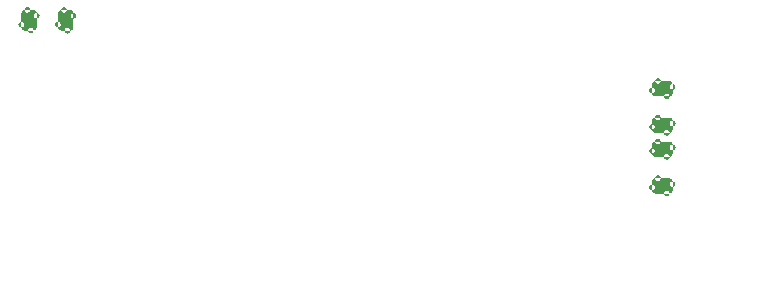
<source format=gbr>
From 9d678fbace2e4931e39ab5b95b2ec7493a18f549 Mon Sep 17 00:00:00 2001
From: Blaise Thompson <blaise@untzag.com>
Date: Mon, 25 Jan 2021 12:15:05 -0600
Subject: digital-driver readme

---
 digital-driver/gerber/driver-B_Cu.gbr | 399 +++++++++++++++++-----------------
 1 file changed, 202 insertions(+), 197 deletions(-)

(limited to 'digital-driver/gerber/driver-B_Cu.gbr')

diff --git a/digital-driver/gerber/driver-B_Cu.gbr b/digital-driver/gerber/driver-B_Cu.gbr
index bf91e94..5fde31e 100644
--- a/digital-driver/gerber/driver-B_Cu.gbr
+++ b/digital-driver/gerber/driver-B_Cu.gbr
@@ -1,12 +1,12 @@
-%TF.GenerationSoftware,KiCad,Pcbnew,5.1.9+dfsg1-1*%
-%TF.CreationDate,2021-01-24T22:19:11-06:00*%
+%TF.GenerationSoftware,KiCad,Pcbnew,5.1.8+dfsg1-1+b1*%
+%TF.CreationDate,2021-01-25T11:41:01-06:00*%
 %TF.ProjectId,driver,64726976-6572-42e6-9b69-6361645f7063,1.0.0*%
 %TF.SameCoordinates,Original*%
 %TF.FileFunction,Copper,L2,Bot*%
 %TF.FilePolarity,Positive*%
 %FSLAX46Y46*%
 G04 Gerber Fmt 4.6, Leading zero omitted, Abs format (unit mm)*
-G04 Created by KiCad (PCBNEW 5.1.9+dfsg1-1) date 2021-01-24 22:19:11*
+G04 Created by KiCad (PCBNEW 5.1.8+dfsg1-1+b1) date 2021-01-25 11:41:01*
 %MOMM*%
 %LPD*%
 G01*
@@ -145,26 +145,26 @@ G37*
 %TA.AperFunction,SMDPad,CuDef*%
 G36*
 G01*
-X155565000Y-91582000D02*
-X154315000Y-91582000D01*
+X155565001Y-91582000D02*
+X154314999Y-91582000D01*
 G75*
 G02*
-X154065000Y-91332000I0J250000D01*
+X154065000Y-91332001I0J249999D01*
 G01*
-X154065000Y-90532000D01*
+X154065000Y-90531999D01*
 G75*
 G02*
-X154315000Y-90282000I250000J0D01*
+X154314999Y-90282000I249999J0D01*
 G01*
-X155565000Y-90282000D01*
+X155565001Y-90282000D01*
 G75*
 G02*
-X155815000Y-90532000I0J-250000D01*
+X155815000Y-90531999I0J-249999D01*
 G01*
-X155815000Y-91332000D01*
+X155815000Y-91332001D01*
 G75*
 G02*
-X155565000Y-91582000I-250000J0D01*
+X155565001Y-91582000I-249999J0D01*
 G01*
 G37*
 %TD.AperFunction*%
@@ -173,26 +173,26 @@ G37*
 %TA.AperFunction,SMDPad,CuDef*%
 G36*
 G01*
-X155565000Y-94682000D02*
-X154315000Y-94682000D01*
+X155565001Y-94682000D02*
+X154314999Y-94682000D01*
 G75*
 G02*
-X154065000Y-94432000I0J250000D01*
+X154065000Y-94432001I0J249999D01*
 G01*
-X154065000Y-93632000D01*
+X154065000Y-93631999D01*
 G75*
 G02*
-X154315000Y-93382000I250000J0D01*
+X154314999Y-93382000I249999J0D01*
 G01*
-X155565000Y-93382000D01*
+X155565001Y-93382000D01*
 G75*
 G02*
-X155815000Y-93632000I0J-250000D01*
+X155815000Y-93631999I0J-249999D01*
 G01*
-X155815000Y-94432000D01*
+X155815000Y-94432001D01*
 G75*
 G02*
-X155565000Y-94682000I-250000J0D01*
+X155565001Y-94682000I-249999J0D01*
 G01*
 G37*
 %TD.AperFunction*%
@@ -202,26 +202,26 @@ G37*
 %TA.AperFunction,SMDPad,CuDef*%
 G36*
 G01*
-X101970000Y-79385000D02*
-X101970000Y-80635000D01*
+X101970000Y-79384999D02*
+X101970000Y-80635001D01*
 G75*
 G02*
-X101720000Y-80885000I-250000J0D01*
+X101720001Y-80885000I-249999J0D01*
 G01*
-X100920000Y-80885000D01*
+X100919999Y-80885000D01*
 G75*
 G02*
-X100670000Y-80635000I0J250000D01*
+X100670000Y-80635001I0J249999D01*
 G01*
-X100670000Y-79385000D01*
+X100670000Y-79384999D01*
 G75*
 G02*
-X100920000Y-79135000I250000J0D01*
+X100919999Y-79135000I249999J0D01*
 G01*
-X101720000Y-79135000D01*
+X101720001Y-79135000D01*
 G75*
 G02*
-X101970000Y-79385000I0J-250000D01*
+X101970000Y-79384999I0J-249999D01*
 G01*
 G37*
 %TD.AperFunction*%
@@ -230,26 +230,26 @@ G37*
 %TA.AperFunction,SMDPad,CuDef*%
 G36*
 G01*
-X105070000Y-79385000D02*
-X105070000Y-80635000D01*
+X105070000Y-79384999D02*
+X105070000Y-80635001D01*
 G75*
 G02*
-X104820000Y-80885000I-250000J0D01*
+X104820001Y-80885000I-249999J0D01*
 G01*
-X104020000Y-80885000D01*
+X104019999Y-80885000D01*
 G75*
 G02*
-X103770000Y-80635000I0J250000D01*
+X103770000Y-80635001I0J249999D01*
 G01*
-X103770000Y-79385000D01*
+X103770000Y-79384999D01*
 G75*
 G02*
-X104020000Y-79135000I250000J0D01*
+X104019999Y-79135000I249999J0D01*
 G01*
-X104820000Y-79135000D01*
+X104820001Y-79135000D01*
 G75*
 G02*
-X105070000Y-79385000I0J-250000D01*
+X105070000Y-79384999I0J-249999D01*
 G01*
 G37*
 %TD.AperFunction*%
@@ -259,26 +259,26 @@ G37*
 %TA.AperFunction,SMDPad,CuDef*%
 G36*
 G01*
-X155565000Y-86450000D02*
-X154315000Y-86450000D01*
+X155565001Y-86450000D02*
+X154314999Y-86450000D01*
 G75*
 G02*
-X154065000Y-86200000I0J250000D01*
+X154065000Y-86200001I0J249999D01*
 G01*
-X154065000Y-85400000D01*
+X154065000Y-85399999D01*
 G75*
 G02*
-X154315000Y-85150000I250000J0D01*
+X154314999Y-85150000I249999J0D01*
 G01*
-X155565000Y-85150000D01*
+X155565001Y-85150000D01*
 G75*
 G02*
-X155815000Y-85400000I0J-250000D01*
+X155815000Y-85399999I0J-249999D01*
 G01*
-X155815000Y-86200000D01*
+X155815000Y-86200001D01*
 G75*
 G02*
-X155565000Y-86450000I-250000J0D01*
+X155565001Y-86450000I-249999J0D01*
 G01*
 G37*
 %TD.AperFunction*%
@@ -287,26 +287,26 @@ G37*
 %TA.AperFunction,SMDPad,CuDef*%
 G36*
 G01*
-X155565000Y-89550000D02*
-X154315000Y-89550000D01*
+X155565001Y-89550000D02*
+X154314999Y-89550000D01*
 G75*
 G02*
-X154065000Y-89300000I0J250000D01*
+X154065000Y-89300001I0J249999D01*
 G01*
-X154065000Y-88500000D01*
+X154065000Y-88499999D01*
 G75*
 G02*
-X154315000Y-88250000I250000J0D01*
+X154314999Y-88250000I249999J0D01*
 G01*
-X155565000Y-88250000D01*
+X155565001Y-88250000D01*
 G75*
 G02*
-X155815000Y-88500000I0J-250000D01*
+X155815000Y-88499999I0J-249999D01*
 G01*
-X155815000Y-89300000D01*
+X155815000Y-89300001D01*
 G75*
 G02*
-X155565000Y-89550000I-250000J0D01*
+X155565001Y-89550000I-249999J0D01*
 G01*
 G37*
 %TD.AperFunction*%
@@ -528,7 +528,7 @@ D16*
 %TO.N,PWM_FAN*%
 X146050000Y-99060000D03*
 %TO.P,J5,3*%
-%TO.N,Net-(J5-Pad3)*%
+%TO.N,N/C*%
 X146050000Y-101600000D03*
 %TO.P,J5,2*%
 %TO.N,+12V*%
@@ -557,6 +557,7 @@ X106680000Y-95250000D03*
 X109220000Y-96520000D03*
 %TO.N,PWM_FAN*%
 X106680000Y-97790000D03*
+X128270000Y-97790000D03*
 %TO.N,Net-(J6-Pad11)*%
 X121920000Y-99060000D03*
 %TD*%
@@ -655,8 +656,12 @@ X145523918Y-99060000D02*
 X146050000Y-99060000D01*
 X144253918Y-97790000D02*
 X145523918Y-99060000D01*
-X106680000Y-97790000D02*
+X134620000Y-97790000D02*
 X144253918Y-97790000D01*
+X128270000Y-97790000D02*
+X134620000Y-97790000D01*
+X106680000Y-97790000D02*
+X128270000Y-97790000D01*
 %TO.N,Net-(J1-Pad3)*%
 X142240000Y-93980000D02*
 X149320000Y-86900000D01*
@@ -1587,41 +1592,41 @@ X145546997Y-97287015D01*
 X145580726Y-97245916D01*
 X150847143Y-91979500D01*
 X153710845Y-91979500D01*
-X153821614Y-92070405D01*
-X153975150Y-92152472D01*
-X154141746Y-92203008D01*
-X154315000Y-92220072D01*
-X155565000Y-92220072D01*
-X155738254Y-92203008D01*
-X155904850Y-92152472D01*
-X156058386Y-92070405D01*
+X153821613Y-92070405D01*
+X153975149Y-92152472D01*
+X154141745Y-92203008D01*
+X154314999Y-92220072D01*
+X155565001Y-92220072D01*
+X155738255Y-92203008D01*
+X155904851Y-92152472D01*
+X156058387Y-92070405D01*
 X156169155Y-91979500D01*
 X156683857Y-91979500D01*
 X155864170Y-92799188D01*
-X155738254Y-92760992D01*
-X155565000Y-92743928D01*
-X154315000Y-92743928D01*
-X154141746Y-92760992D01*
-X153975150Y-92811528D01*
-X153821614Y-92893595D01*
+X155738255Y-92760992D01*
+X155565001Y-92743928D01*
+X154314999Y-92743928D01*
+X154141745Y-92760992D01*
+X153975149Y-92811528D01*
+X153821613Y-92893595D01*
 X153687038Y-93004038D01*
-X153576595Y-93138614D01*
-X153494528Y-93292150D01*
-X153443992Y-93458746D01*
-X153426928Y-93632000D01*
-X153426928Y-94432000D01*
-X153443992Y-94605254D01*
-X153494528Y-94771850D01*
-X153576595Y-94925386D01*
+X153576595Y-93138613D01*
+X153494528Y-93292149D01*
+X153443992Y-93458745D01*
+X153426928Y-93631999D01*
+X153426928Y-94432001D01*
+X153443992Y-94605255D01*
+X153494528Y-94771851D01*
+X153576595Y-94925387D01*
 X153687038Y-95059962D01*
-X153821614Y-95170405D01*
-X153975150Y-95252472D01*
-X154141746Y-95303008D01*
-X154315000Y-95320072D01*
-X155565000Y-95320072D01*
-X155738254Y-95303008D01*
-X155904850Y-95252472D01*
-X156058386Y-95170405D01*
+X153821613Y-95170405D01*
+X153975149Y-95252472D01*
+X154141745Y-95303008D01*
+X154314999Y-95320072D01*
+X155565001Y-95320072D01*
+X155738255Y-95303008D01*
+X155904851Y-95252472D01*
+X156058387Y-95170405D01*
 X156127463Y-95113715D01*
 X156158000Y-95116723D01*
 X156211029Y-95111500D01*
@@ -2366,41 +2371,41 @@ X145546997Y-97287015D01*
 X145580726Y-97245916D01*
 X150847143Y-91979500D01*
 X153710845Y-91979500D01*
-X153821614Y-92070405D01*
-X153975150Y-92152472D01*
-X154141746Y-92203008D01*
-X154315000Y-92220072D01*
-X155565000Y-92220072D01*
-X155738254Y-92203008D01*
-X155904850Y-92152472D01*
-X156058386Y-92070405D01*
+X153821613Y-92070405D01*
+X153975149Y-92152472D01*
+X154141745Y-92203008D01*
+X154314999Y-92220072D01*
+X155565001Y-92220072D01*
+X155738255Y-92203008D01*
+X155904851Y-92152472D01*
+X156058387Y-92070405D01*
 X156169155Y-91979500D01*
 X156683857Y-91979500D01*
 X155864170Y-92799188D01*
-X155738254Y-92760992D01*
-X155565000Y-92743928D01*
-X154315000Y-92743928D01*
-X154141746Y-92760992D01*
-X153975150Y-92811528D01*
-X153821614Y-92893595D01*
+X155738255Y-92760992D01*
+X155565001Y-92743928D01*
+X154314999Y-92743928D01*
+X154141745Y-92760992D01*
+X153975149Y-92811528D01*
+X153821613Y-92893595D01*
 X153687038Y-93004038D01*
-X153576595Y-93138614D01*
-X153494528Y-93292150D01*
-X153443992Y-93458746D01*
-X153426928Y-93632000D01*
-X153426928Y-94432000D01*
-X153443992Y-94605254D01*
-X153494528Y-94771850D01*
-X153576595Y-94925386D01*
+X153576595Y-93138613D01*
+X153494528Y-93292149D01*
+X153443992Y-93458745D01*
+X153426928Y-93631999D01*
+X153426928Y-94432001D01*
+X153443992Y-94605255D01*
+X153494528Y-94771851D01*
+X153576595Y-94925387D01*
 X153687038Y-95059962D01*
-X153821614Y-95170405D01*
-X153975150Y-95252472D01*
-X154141746Y-95303008D01*
-X154315000Y-95320072D01*
-X155565000Y-95320072D01*
-X155738254Y-95303008D01*
-X155904850Y-95252472D01*
-X156058386Y-95170405D01*
+X153821613Y-95170405D01*
+X153975149Y-95252472D01*
+X154141745Y-95303008D01*
+X154314999Y-95320072D01*
+X155565001Y-95320072D01*
+X155738255Y-95303008D01*
+X155904851Y-95252472D01*
+X156058387Y-95170405D01*
 X156127463Y-95113715D01*
 X156158000Y-95116723D01*
 X156211029Y-95111500D01*
@@ -3328,35 +3333,35 @@ X159868489Y-87374901D01*
 X159983167Y-87589449D01*
 X160137498Y-87777502D01*
 X160189891Y-87820500D01*
-X156130162Y-87820500D01*
-X156058386Y-87761595D01*
-X155904850Y-87679528D01*
-X155738254Y-87628992D01*
-X155565000Y-87611928D01*
-X154315000Y-87611928D01*
-X154141746Y-87628992D01*
-X153975150Y-87679528D01*
-X153821614Y-87761595D01*
-X153749838Y-87820500D01*
+X156130163Y-87820500D01*
+X156058387Y-87761595D01*
+X155904851Y-87679528D01*
+X155738255Y-87628992D01*
+X155565001Y-87611928D01*
+X154314999Y-87611928D01*
+X154141745Y-87628992D01*
+X153975149Y-87679528D01*
+X153821613Y-87761595D01*
+X153749837Y-87820500D01*
 X149926143Y-87820500D01*
 X150120818Y-87625825D01*
 X150120822Y-87625820D01*
-X152346642Y-85400000D01*
-X153426928Y-85400000D01*
-X153426928Y-86200000D01*
-X153443992Y-86373254D01*
-X153494528Y-86539850D01*
-X153576595Y-86693386D01*
+X152346643Y-85399999D01*
+X153426928Y-85399999D01*
+X153426928Y-86200001D01*
+X153443992Y-86373255D01*
+X153494528Y-86539851D01*
+X153576595Y-86693387D01*
 X153687038Y-86827962D01*
-X153821614Y-86938405D01*
-X153975150Y-87020472D01*
-X154141746Y-87071008D01*
-X154315000Y-87088072D01*
-X155565000Y-87088072D01*
-X155738254Y-87071008D01*
-X155904850Y-87020472D01*
-X156058386Y-86938405D01*
-X156130162Y-86879500D01*
+X153821613Y-86938405D01*
+X153975149Y-87020472D01*
+X154141745Y-87071008D01*
+X154314999Y-87088072D01*
+X155565001Y-87088072D01*
+X155738255Y-87071008D01*
+X155904851Y-87020472D01*
+X156058387Y-86938405D01*
+X156130163Y-86879500D01*
 X156716971Y-86879500D01*
 X156770000Y-86884723D01*
 X156823029Y-86879500D01*
@@ -3397,21 +3402,21 @@ X157064895Y-84087847D01*
 X156877360Y-84188086D01*
 X156754176Y-84289181D01*
 X156322858Y-84720500D01*
-X156130162Y-84720500D01*
-X156058386Y-84661595D01*
-X155904850Y-84579528D01*
-X155738254Y-84528992D01*
-X155565000Y-84511928D01*
-X154315000Y-84511928D01*
-X154141746Y-84528992D01*
-X153975150Y-84579528D01*
-X153821614Y-84661595D01*
+X156130163Y-84720500D01*
+X156058387Y-84661595D01*
+X155904851Y-84579528D01*
+X155738255Y-84528992D01*
+X155565001Y-84511928D01*
+X154314999Y-84511928D01*
+X154141745Y-84528992D01*
+X153975149Y-84579528D01*
+X153821613Y-84661595D01*
 X153687038Y-84772038D01*
-X153576595Y-84906614D01*
-X153494528Y-85060150D01*
-X153443992Y-85226746D01*
-X153426928Y-85400000D01*
-X152346642Y-85400000D01*
+X153576595Y-84906613D01*
+X153494528Y-85060149D01*
+X153443992Y-85226745D01*
+X153426928Y-85399999D01*
+X152346643Y-85399999D01*
 X154117143Y-83629500D01*
 X162112858Y-83629500D01*
 X162750500Y-84267143D01*
@@ -3452,35 +3457,35 @@ X159868489Y-87374901D01*
 X159983167Y-87589449D01*
 X160137498Y-87777502D01*
 X160189891Y-87820500D01*
-X156130162Y-87820500D01*
-X156058386Y-87761595D01*
-X155904850Y-87679528D01*
-X155738254Y-87628992D01*
-X155565000Y-87611928D01*
-X154315000Y-87611928D01*
-X154141746Y-87628992D01*
-X153975150Y-87679528D01*
-X153821614Y-87761595D01*
-X153749838Y-87820500D01*
+X156130163Y-87820500D01*
+X156058387Y-87761595D01*
+X155904851Y-87679528D01*
+X155738255Y-87628992D01*
+X155565001Y-87611928D01*
+X154314999Y-87611928D01*
+X154141745Y-87628992D01*
+X153975149Y-87679528D01*
+X153821613Y-87761595D01*
+X153749837Y-87820500D01*
 X149926143Y-87820500D01*
 X150120818Y-87625825D01*
 X150120822Y-87625820D01*
-X152346642Y-85400000D01*
-X153426928Y-85400000D01*
-X153426928Y-86200000D01*
-X153443992Y-86373254D01*
-X153494528Y-86539850D01*
-X153576595Y-86693386D01*
+X152346643Y-85399999D01*
+X153426928Y-85399999D01*
+X153426928Y-86200001D01*
+X153443992Y-86373255D01*
+X153494528Y-86539851D01*
+X153576595Y-86693387D01*
 X153687038Y-86827962D01*
-X153821614Y-86938405D01*
-X153975150Y-87020472D01*
-X154141746Y-87071008D01*
-X154315000Y-87088072D01*
-X155565000Y-87088072D01*
-X155738254Y-87071008D01*
-X155904850Y-87020472D01*
-X156058386Y-86938405D01*
-X156130162Y-86879500D01*
+X153821613Y-86938405D01*
+X153975149Y-87020472D01*
+X154141745Y-87071008D01*
+X154314999Y-87088072D01*
+X155565001Y-87088072D01*
+X155738255Y-87071008D01*
+X155904851Y-87020472D01*
+X156058387Y-86938405D01*
+X156130163Y-86879500D01*
 X156716971Y-86879500D01*
 X156770000Y-86884723D01*
 X156823029Y-86879500D01*
@@ -3521,21 +3526,21 @@ X157064895Y-84087847D01*
 X156877360Y-84188086D01*
 X156754176Y-84289181D01*
 X156322858Y-84720500D01*
-X156130162Y-84720500D01*
-X156058386Y-84661595D01*
-X155904850Y-84579528D01*
-X155738254Y-84528992D01*
-X155565000Y-84511928D01*
-X154315000Y-84511928D01*
-X154141746Y-84528992D01*
-X153975150Y-84579528D01*
-X153821614Y-84661595D01*
+X156130163Y-84720500D01*
+X156058387Y-84661595D01*
+X155904851Y-84579528D01*
+X155738255Y-84528992D01*
+X155565001Y-84511928D01*
+X154314999Y-84511928D01*
+X154141745Y-84528992D01*
+X153975149Y-84579528D01*
+X153821613Y-84661595D01*
 X153687038Y-84772038D01*
-X153576595Y-84906614D01*
-X153494528Y-85060150D01*
-X153443992Y-85226746D01*
-X153426928Y-85400000D01*
-X152346642Y-85400000D01*
+X153576595Y-84906613D01*
+X153494528Y-85060149D01*
+X153443992Y-85226745D01*
+X153426928Y-85399999D01*
+X152346643Y-85399999D01*
 X154117143Y-83629500D01*
 X162112858Y-83629500D01*
 X162750500Y-84267143D01*
-- 
cgit v1.2.3


</source>
